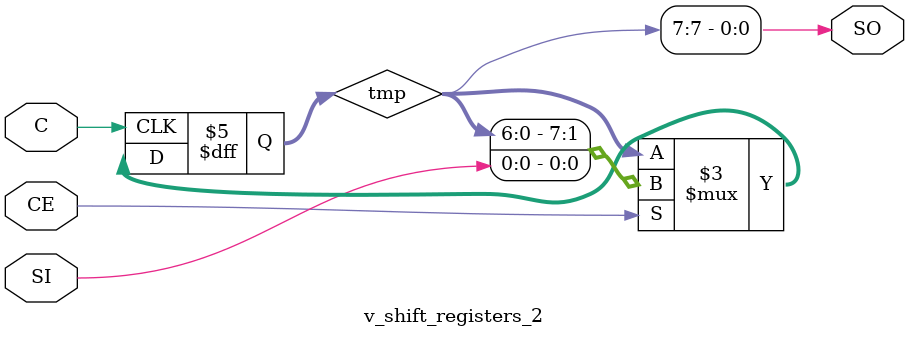
<source format=v>
module v_shift_registers_2 (C, CE, SI, SO);
    parameter  WIDTH = 8;
    input   C,SI, CE;
    output  SO;
    reg     [WIDTH-1:0] tmp;

    always @(negedge C)
    begin
        if (CE)
        begin
            tmp = {tmp[WIDTH-2:0], SI};
        end
    end

    assign SO = tmp[WIDTH-1];

endmodule

</source>
